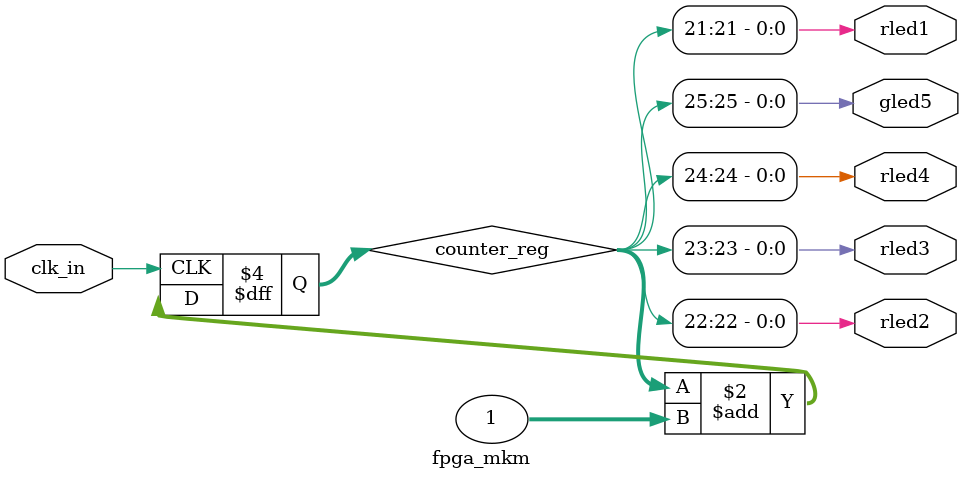
<source format=v>

module fpga_mkm(
                input wire clk_in,

                output wire rled1,
                output wire rled2,
                output wire rled3,
                output wire rled4,
                output wire gled5
               );

  //----------------------------------------------------------------
  // Registers including update variables and write enable.
  //----------------------------------------------------------------
  reg [31 : 0] counter_reg = 32'b0;


  //----------------------------------------------------------------
  // Concurrent connectivity for ports etc.
  //----------------------------------------------------------------
  assign rled1 = counter_reg[21];
  assign rled2 = counter_reg[22];
  assign rled3 = counter_reg[23];
  assign rled4 = counter_reg[24];
  assign gled5 = counter_reg[25];


  //----------------------------------------------------------------
  // reg_update
  //----------------------------------------------------------------
  always @ (posedge clk_in)
    begin : reg_update
      counter_reg <= counter_reg + 1;
    end

endmodule // fpga_mkm

//======================================================================
// EOF fpga_mkm.v
//======================================================================

</source>
